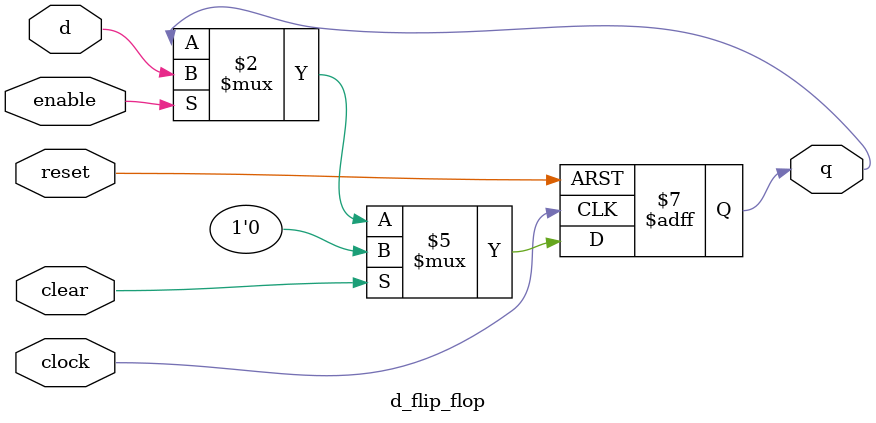
<source format=v>
module d_flip_flop (
  input clock, clear, reset, enable, d,
  output reg q
);

  always @(posedge clock, posedge reset) begin
    if (reset)
      q <= 1'b1;
    else if (clear)
      q <= 1'b0;
    else if (enable)
      q <= d;
  end

endmodule

</source>
